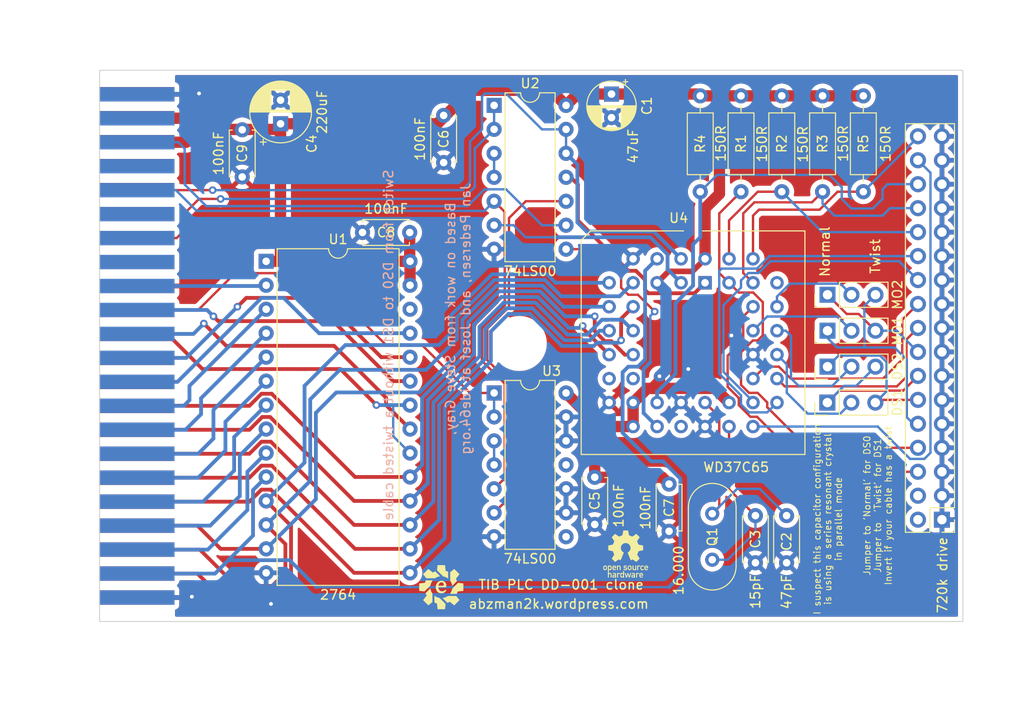
<source format=kicad_pcb>
(kicad_pcb (version 20211014) (generator pcbnew)
  (layers (0 "F.Cu" signal) (31 "B.Cu" signal) (34 "B.Paste" user) (35 "F.Paste" user) (36 "B.SilkS" user "B.Silkscreen") (37 "F.SilkS" user "F.Silkscreen") (38 "B.Mask" user) (39 "F.Mask" user) (44 "Edge.Cuts" user))
  (net 0 "")
  (net 1 "+5V")
  (net 2 "GND")
  (net 3 "Net-(C2-Pad2)")
  (net 4 "Net-(C3-Pad2)")
  (net 7 "*HDL")
  (net 8 "*IDX")
  (net 9 "Net-(CN1-Pad10)")
  (net 10 "Net-(CN1-Pad12)")
  (net 11 "Net-(CN1-Pad14)")
  (net 12 "Net-(CN1-Pad16)")
  (net 13 "*DIRC")
  (net 14 "*STEP")
  (net 15 "*WD")
  (net 16 "*WE")
  (net 17 "*TR00")
  (net 18 "*WP")
  (net 19 "*RDD")
  (net 20 "*HS")
  (net 21 "*DCHG")
  (net 23 "*FWR")
  (net 25 "IO1")
  (net 27 "IO2")
  (net 28 "ROML")
  (net 31 "D7")
  (net 32 "D6")
  (net 33 "D5")
  (net 34 "D4")
  (net 35 "D3")
  (net 36 "D2")
  (net 37 "D1")
  (net 38 "D0")
  (net 40 "~{RESET}")
  (net 42 "PHI2")
  (net 46 "A12")
  (net 47 "A11")
  (net 48 "A10")
  (net 49 "A9")
  (net 50 "A8")
  (net 51 "A7")
  (net 52 "A6")
  (net 53 "A5")
  (net 54 "A4")
  (net 55 "A3")
  (net 56 "A2")
  (net 57 "A1")
  (net 58 "A0")
  (net 59 "*MO1")
  (net 60 "*MO2")
  (net 61 "*DS1")
  (net 62 "*DS2")
  (net 64 "FRST")
  (net 65 "Net-(U2-Pad3)")
  (net 66 "Net-(U3-Pad6)")
  (net 67 "*FRD")
  (net 68 "*FCS")
  (net 70 "Net-(U3-Pad3)")
  (footprint "Resistor_THT:R_Axial_DIN0207_L6.3mm_D2.5mm_P10.16mm_Horizontal" (layer "F.Cu") (at 201.93 59.944 90)
    (fp_text reference "R2")
    (fp_text value "150R")
  )
  (footprint "Capacitor_THT:C_Disc_D4.7mm_W2.5mm_P5.00mm" (layer "F.Cu") (at 199.136 99.274 90)
    (fp_text reference "C3")
    (fp_text value "15pF")
  )
  (footprint "" (layer "F.Cu") (at 174.1225 76.0335)
    (fp_text reference "")
    (fp_text value "")
  )
  (footprint "Capacitor_THT:C_Disc_D4.7mm_W2.5mm_P5.00mm" (layer "F.Cu") (at 189.992 90.932 -90)
    (fp_text reference "C7")
    (fp_text value "100nF")
  )
  (footprint "Evan's misc parts:Evan Logo" (layer "F.Cu") (at 165.862 101.854)
    (fp_text reference "G***" hide)
    (fp_text value "LOGO" hide)
  )
  (footprint "Evan's misc parts:C64-Cart-NoSilkS" (layer "F.Cu") (at 129.6725 47.0775 -90)
    (fp_text reference "EXP1" hide)
    (fp_text value "C64-Exp-Port" hide)
  )
  (footprint "Capacitor_THT:CP_Radial_D5.0mm_P2.50mm" (layer "F.Cu") (at 183.896 49.594888 -90)
    (fp_text reference "C1")
    (fp_text value "47uF")
  )
  (footprint "Resistor_THT:R_Axial_DIN0207_L6.3mm_D2.5mm_P10.16mm_Horizontal" (layer "F.Cu") (at 206.248 59.944 90)
    (fp_text reference "R3")
    (fp_text value "150R")
  )
  (footprint "Connector_PinHeader_2.54mm:PinHeader_2x17_P2.54mm_Vertical" (layer "F.Cu") (at 218.8925 94.7075 180)
    (fp_text reference "CN1" hide)
    (fp_text value "FLOPPY CONNECTOR")
  )
  (footprint "Connector_PinHeader_2.54mm:PinHeader_1x03_P2.54mm_Vertical" (layer "F.Cu") (at 206.771 70.866 90)
    (fp_text reference "J2" hide)
    (fp_text value "MO2")
  )
  (footprint "Capacitor_THT:C_Disc_D4.7mm_W2.5mm_P5.00mm" (layer "F.Cu") (at 162.52 64.262 180)
    (fp_text reference "C8")
    (fp_text value "100nF")
  )
  (footprint "Capacitor_THT:CP_Radial_D6.3mm_P2.50mm" (layer "F.Cu") (at 148.844 52.744379 90)
    (fp_text reference "C4")
    (fp_text value "220uF")
  )
  (footprint "Package_DIP:DIP-28_W15.24mm" (layer "F.Cu") (at 147.315 67.32)
    (fp_text reference "U1")
    (fp_text value "2764")
  )
  (footprint "Package_DIP:DIP-14_W7.62mm" (layer "F.Cu") (at 171.46 81.275)
    (fp_text reference "U3")
    (fp_text value "74LS00")
  )
  (footprint "Capacitor_THT:C_Disc_D4.7mm_W2.5mm_P5.00mm" (layer "F.Cu") (at 202.438 99.274 90)
    (fp_text reference "C2")
    (fp_text value "47pF")
  )
  (footprint "Resistor_THT:R_Axial_DIN0207_L6.3mm_D2.5mm_P10.16mm_Horizontal" (layer "F.Cu") (at 210.566 59.944 90)
    (fp_text reference "R5")
    (fp_text value "150R")
  )
  (footprint "Capacitor_THT:C_Disc_D4.7mm_W2.5mm_P5.00mm" (layer "F.Cu") (at 182.118 90.21 -90)
    (fp_text reference "C5")
    (fp_text value "100nF")
  )
  (footprint "Connector_PinHeader_2.54mm:PinHeader_1x03_P2.54mm_Vertical" (layer "F.Cu") (at 206.771 78.486 90)
    (fp_text reference "J4" hide)
    (fp_text value "DS2")
  )
  (footprint "Crystal:Crystal_HC49-U_Vertical" (layer "F.Cu") (at 194.564 94.07 -90)
    (fp_text reference "Q1")
    (fp_text value "16.000")
  )
  (footprint "Package_LCC:PLCC-44_THT-Socket" (layer "F.Cu") (at 193.802 69.596)
    (fp_text reference "U4")
    (fp_text value "WD37C65")
  )
  (footprint "Evan's misc parts:OSHW gear" (layer "F.Cu") (at 185.3946 98.3488)
    (fp_text reference "G***" hide)
    (fp_text value "LOGO" hide)
  )
  (footprint "Connector_PinHeader_2.54mm:PinHeader_1x03_P2.54mm_Vertical" (layer "F.Cu") (at 206.771 74.676 90)
    (fp_text reference "J1" hide)
    (fp_text value "MO1")
  )
  (footprint "Resistor_THT:R_Axial_DIN0207_L6.3mm_D2.5mm_P10.16mm_Horizontal" (layer "F.Cu") (at 193.294 49.784 -90)
    (fp_text reference "R4")
    (fp_text value "150R")
  )
  (footprint "Capacitor_THT:C_Disc_D4.7mm_W2.5mm_P5.00mm" (layer "F.Cu") (at 144.78 53.38 -90)
    (fp_text reference "C9")
    (fp_text value "100nF")
  )
  (footprint "Resistor_THT:R_Axial_DIN0207_L6.3mm_D2.5mm_P10.16mm_Horizontal" (layer "F.Cu") (at 197.612 59.944 90)
    (fp_text reference "R1")
    (fp_text value "150R")
  )
  (footprint "Capacitor_THT:C_Disc_D4.7mm_W2.5mm_P5.00mm" (layer "F.Cu") (at 166.116 51.856 -90)
    (fp_text reference "C6")
    (fp_text value "100nF")
  )
  (footprint "Package_DIP:DIP-14_W7.62mm" (layer "F.Cu") (at 171.46 50.795)
    (fp_text reference "U2")
    (fp_text value "74LS00")
  )
  (footprint "Connector_PinHeader_2.54mm:PinHeader_1x03_P2.54mm_Vertical" (layer "F.Cu") (at 206.756 82.296 90)
    (fp_text reference "J3" hide)
    (fp_text value "DS1")
  )
  (gr_line (start 221.1025 47.0775) (end 129.6725 47.0775) (layer "Edge.Cuts") (width 0.1))
  (gr_line (start 129.6725 105.4975) (end 221.1025 105.4975) (layer "Edge.Cuts") (width 0.1))
  (gr_line (start 129.6725 47.0775) (end 129.6725 105.4975) (layer "Edge.Cuts") (width 0.1))
  (gr_line (start 221.1025 105.4975) (end 221.1025 47.0775) (layer "Edge.Cuts") (width 0.1))
  (gr_text "Switch from DS0 to DS1 without a twisted cable" (at 160.274 76.2 90) (layer "B.SilkS") (effects (font (size 1 1)) (justify mirror)))
  (gr_text "Based on work from Steve Gray,\nJan Pedersen, and Josef at ide64.org" (at 167.64 73.406 90) (layer "B.SilkS") (effects (font (size 1 1)) (justify mirror)))
  (gr_text "TIB PLC DD-001 clone" (at 178.562 101.6) (layer "F.SilkS") (effects (font (size 1 1))))
  (gr_text "abzman2k.wordpress.com" (at 178.308 103.632) (layer "F.SilkS") (effects (font (size 1 1))))
  (gr_text "Twist" (at 211.836 66.802 90) (layer "F.SilkS") (effects (font (size 1 1))))
  (gr_text "Normal" (at 206.502 66.294 90) (layer "F.SilkS") (effects (font (size 1 1))))
  (gr_text "I suspect this capacitor configuration\nis using a series resonant crystal\nin parallel mode" (at 206.8068 94.6404 90) (layer "F.SilkS") (effects (font (size 0.7 0.7) (thickness 0.1))))
  (gr_text "720k drive" (at 218.948 100.584 90) (layer "F.SilkS") (effects (font (size 1 1))))
  (gr_text "Jumper to 'Normal' for DS0\nJumper to  'Twist' for DS1\nInvert if your cable has a twist" (at 212.09 93.218 90) (layer "F.SilkS") (effects (font (size 0.7 0.7) (thickness 0.1))))
  (segment (start 162.52 64.262) (end 162.52 67.285) (width 1.2) (layer "F.Cu") (net 1))
  (segment (start 194.831289 80.785289) (end 196.342 82.296) (width 1.2) (layer "F.Cu") (net 1))
  (segment (start 179.08 81.275) (end 182.118 84.313) (width 1.2) (layer "F.Cu") (net 1))
  (segment (start 182.372 84.836) (end 182.118 85.09) (width 1.2) (layer "F.Cu") (net 1))
  (segment (start 183.896 49.594888) (end 193.104888 49.594888) (width 1.2) (layer "F.Cu") (net 1))
  (segment (start 189.27 90.21) (end 189.992 90.932) (width 1.2) (layer "F.Cu") (net 1))
  (segment (start 162.52 67.285) (end 162.555 67.32) (width 1.2) (layer "F.Cu") (net 1))
  (segment (start 168.990511 49.195489) (end 165.441621 52.744379) (width 1.2) (layer "F.Cu") (net 1))
  (segment (start 195.326 49.784) (end 193.294 49.784) (width 1.2) (layer "F.Cu") (net 1))
  (segment (start 188.227289 80.785289) (end 194.831289 80.785289) (width 1.2) (layer "F.Cu") (net 1))
  (segment (start 165.441621 52.744379) (end 148.844 52.744379) (width 1.2) (layer "F.Cu") (net 1))
  (segment (start 140.208 53.34) (end 148.248379 53.34) (width 1.2) (layer "F.Cu") (net 1))
  (segment (start 148.844 58.166) (end 148.834 58.176) (width 1.2) (layer "F.Cu") (net 1))
  (segment (start 192.472711 68.385289) (end 193.802 67.056) (width 0.6) (layer "F.Cu") (net 1))
  (segment (start 162.555 67.32) (end 148.834 67.32) (width 1.2) (layer "F.Cu") (net 1))
  (segment (start 186.182 82.296) (end 186.182 84.836) (width 1.2) (layer "F.Cu") (net 1))
  (segment (start 195.326 49.784) (end 195.326 60.174051) (width 1.2) (layer "F.Cu") (net 1))
  (segment (start 162.555 69.86) (end 162.555 67.32) (width 1.2) (layer "F.Cu") (net 1))
  (segment (start 193.802 61.698051) (end 193.802 67.056) (width 1.2) (layer "F.Cu") (net 1))
  (segment (start 188.722 69.596) (end 189.932711 68.385289) (width 0.6) (layer "F.Cu") (net 1))
  (segment (start 187.692711 80.785289) (end 188.227289 80.785289) (width 1.2) (layer "F.Cu") (net 1))
  (segment (start 148.834 67.32) (end 147.315 67.32) (width 1.2) (layer "F.Cu") (net 1))
  (segment (start 188.976 79.502) (end 188.976 80.036578) (width 1.2) (layer "F.Cu") (net 1))
  (segment (start 180.280112 49.594888) (end 179.08 50.795) (width 1.2) (layer "F.Cu") (net 1))
  (segment (start 148.844 52.744379) (end 148.844 58.166) (width 1.2) (layer "F.Cu") (net 1))
  (segment (start 182.118 90.21) (end 189.27 90.21) (width 1.2) (layer "F.Cu") (net 1))
  (segment (start 133.610774 54.6975) (end 138.8505 54.6975) (width 1.2) (layer "F.Cu") (net 1))
  (segment (start 148.834 58.176) (end 148.834 67.32) (width 1.2) (layer "F.Cu") (net 1))
  (segment (start 138.8505 54.6975) (end 140.208 53.34) (width 1.2) (layer "F.Cu") (net 1))
  (segment (start 133.610774 52.1575) (end 139.0255 52.1575) (width 1.2) (layer "F.Cu") (net 1))
  (segment (start 210.566 49.784) (end 195.326 49.784) (width 1.2) (layer "F.Cu") (net 1))
  (segment (start 182.118 85.09) (end 182.118 90.21) (width 1.2) (layer "F.Cu") (net 1))
  (segment (start 189.932711 68.385289) (end 192.472711 68.385289) (width 0.6) (layer "F.Cu") (net 1))
  (segment (start 182.118 84.313) (end 182.118 85.09) (width 1.2) (layer "F.Cu") (net 1))
  (segment (start 195.326 60.174051) (end 193.802 61.698051) (width 1.2) (layer "F.Cu") (net 1))
  (segment (start 186.182 82.296) (end 187.692711 80.785289) (width 1.2) (layer "F.Cu") (net 1))
  (segment (start 183.896 49.594888) (end 180.280112 49.594888) (width 1.2) (layer "F.Cu") (net 1))
  (segment (start 193.104888 49.594888) (end 193.294 49.784) (width 1.2) (layer "F.Cu") (net 1))
  (segment (start 177.480489 49.195489) (end 168.990511 49.195489) (width 1.2) (layer "F.Cu") (net 1))
  (segment (start 188.976 80.036578) (end 188.227289 80.785289) (width 1.2) (layer "F.Cu") (net 1))
  (segment (start 186.182 84.836) (end 182.372 84.836) (width 1.2) (layer "F.Cu") (net 1))
  (segment (start 179.08 50.795) (end 177.480489 49.195489) (width 1.2) (layer "F.Cu") (net 1))
  (segment (start 139.0255 52.1575) (end 140.208 53.34) (width 1.2) (layer "F.Cu") (net 1))
  (segment (start 148.248379 53.34) (end 148.844 52.744379) (width 1.2) (layer "F.Cu") (net 1))
  (via (at 188.976 79.502) (size 0.8) (drill 0.4) (layers "F.Cu" "B.Cu") (net 1))
  (segment (start 189.667511 78.810489) (end 188.976 79.502) (width 1.2) (layer "B.Cu") (net 1))
  (segment (start 189.667511 70.541511) (end 189.667511 78.810489) (width 1.2) (layer "B.Cu") (net 1))
  (segment (start 188.722 69.596) (end 189.667511 70.541511) (width 1.2) (layer "B.Cu") (net 1))
  (segment (start 133.610774 102.9575) (end 139.3585 102.9575) (width 0.4) (layer "F.Cu") (net 2))
  (segment (start 139.3585 102.9575) (end 139.446 102.87) (width 0.4) (layer "F.Cu") (net 2))
  (segment (start 138.3425 69.9375) (end 139.192 69.088) (width 0.25) (layer "F.Cu") (net 2))
  (segment (start 133.610774 69.9375) (end 138.3425 69.9375) (width 0.25) (layer "F.Cu") (net 2))
  (via (at 196.596 75.184) (size 0.8) (drill 0.4) (layers "F.Cu" "B.Cu") (net 2))
  (via (at 192.024 78.74) (size 0.8) (drill 0.4) (layers "F.Cu" "B.Cu") (net 2))
  (via (at 147.828 103.632) (size 0.8) (drill 0.4) (layers "F.Cu" "B.Cu") (net 2))
  (via (at 139.446 102.87) (size 0.8) (drill 0.4) (layers "F.Cu" "B.Cu") (net 2))
  (via (at 140.208 49.53) (size 0.8) (drill 0.4) (layers "F.Cu" "B.Cu") (net 2))
  (segment (start 195.306289 93.327711) (end 194.564 94.07) (width 0.25) (layer "F.Cu") (net 3))
  (segment (start 193.802 82.296) (end 195.306289 83.800289) (width 0.25) (layer "F.Cu") (net 3))
  (segment (start 195.306289 83.800289) (end 195.306289 93.327711) (width 0.25) (layer "F.Cu") (net 3))
  (segment (start 194.564 94.07) (end 197.194 91.44) (width 0.25) (layer "B.Cu") (net 3))
  (segment (start 199.604 91.44) (end 202.438 94.274) (width 0.25) (layer "B.Cu") (net 3))
  (segment (start 197.194 91.44) (end 199.604 91.44) (width 0.25) (layer "B.Cu") (net 3))
  (segment (start 196.342 84.836) (end 196.342 91.48) (width 0.25) (layer "F.Cu") (net 4))
  (segment (start 196.342 91.48) (end 199.136 94.274) (width 0.25) (layer "F.Cu") (net 4))
  (segment (start 194.564 98.95) (end 196.198 98.95) (width 0.25) (layer "B.Cu") (net 4))
  (segment (start 196.198 98.95) (end 199.136 96.012) (width 0.25) (layer "B.Cu") (net 4))
  (segment (start 199.136 96.012) (end 199.136 94.274) (width 0.25) (layer "B.Cu") (net 4))
  (segment (start 199.311007 83.800289) (end 198.608289 83.800289) (width 0.25) (layer "F.Cu") (net 7))
  (segment (start 197.846289 73.171711) (end 198.882 72.136) (width 0.25) (layer "F.Cu") (net 7))
  (segment (start 196.196266 77.322312) (end 197.846289 75.672289) (width 0.25) (layer "F.Cu") (net 7))
  (segment (start 216.3525 89.6275) (end 205.138218 89.6275) (width 0.25) (layer "F.Cu") (net 7))
  (segment (start 197.846289 75.672289) (end 197.846289 73.171711) (width 0.25) (layer "F.Cu") (net 7))
  (segment (start 198.608289 83.800289) (end 197.377711 82.569711) (width 0.25) (layer "F.Cu") (net 7))
  (segment (start 197.377711 82.569711) (end 197.377711 81.807711) (width 0.25) (layer "F.Cu") (net 7))
  (segment (start 205.138218 89.6275) (end 199.311007 83.800289) (width 0.25) (layer "F.Cu") (net 7))
  (segment (start 196.196266 80.626266) (end 196.196266 77.322312) (width 0.25) (layer "F.Cu") (net 7))
  (segment (start 197.377711 81.807711) (end 196.196266 80.626266) (width 0.25) (layer "F.Cu") (net 7))
  (segment (start 197.612 79.248) (end 197.612 80.419296) (width 0.25) (layer "F.Cu") (net 8))
  (segment (start 197.377711 70.631711) (end 196.342 69.596) (width 0.25) (layer "F.Cu") (net 8))
  (segment (start 210.349489 88.862511) (end 212.1245 87.0875) (width 0.25) (layer "F.Cu") (net 8))
  (segment (start 197.612 59.944) (end 195.306289 62.249711) (width 0.25) (layer "F.Cu") (net 8))
  (segment (start 195.306289 68.560289) (end 196.342 69.596) (width 0.25) (layer "F.Cu") (net 8))
  (segment (start 199.917711 75.164289) (end 199.917711 71.647711) (width 0.25) (layer "F.Cu") (net 8))
  (segment (start 200.386289 82.784289) (end 201.295 83.693) (width 0.25) (layer "F.Cu") (net 8))
  (segment (start 206.464511 88.862511) (end 210.349489 88.862511) (width 0.25) (layer "F.Cu") (net 8))
  (segment (start 199.917711 71.647711) (end 198.901711 70.631711) (width 0.25) (layer "F.Cu") (net 8))
  (segment (start 200.386289 82.276289) (end 200.386289 82.784289) (width 0.25) (layer "F.Cu") (net 8))
  (segment (start 195.306289 62.249711) (end 195.306289 68.560289) (width 0.25) (layer "F.Cu") (net 8))
  (segment (start 199.370289 81.260289) (end 200.386289 82.276289) (width 0.25) (layer "F.Cu") (net 8))
  (segment (start 197.612 79.248) (end 197.612 76.962) (width 0.25) (layer "F.Cu") (net 8))
  (segment (start 198.901711 70.631711) (end 197.377711 70.631711) (width 0.25) (layer "F.Cu") (net 8))
  (segment (start 197.612 80.419296) (end 198.452993 81.260289) (width 0.25) (layer "F.Cu") (net 8))
  (segment (start 198.862289 75.711711) (end 199.370289 75.711711) (width 0.25) (layer "F.Cu") (net 8))
  (segment (start 216.3525 87.0875) (end 212.1245 87.0875) (width 0.25) (layer "F.Cu") (net 8))
  (segment (start 198.452993 81.260289) (end 199.370289 81.260289) (width 0.25) (layer "F.Cu") (net 8))
  (segment (start 206.464511 88.862511) (end 201.295 83.693) (width 0.25) (layer "F.Cu") (net 8))
  (segment (start 197.612 76.962) (end 198.862289 75.711711) (width 0.25) (layer "F.Cu") (net 8))
  (segment (start 199.370289 75.711711) (end 199.917711 75.164289) (width 0.25) (layer "F.Cu") (net 8))
  (segment (start 213.868 76.454) (end 210.82 76.454) (width 0.25) (layer "B.Cu") (net 9))
  (segment (start 215.1725 77.7585) (end 213.868 76.454) (width 0.25) (layer "B.Cu") (net 9))
  (segment (start 215.8655 84.5475) (end 215.1725 83.8545) (width 0.25) (layer "B.Cu") (net 9))
  (segment (start 216.3525 84.5475) (end 215.8655 84.5475) (width 0.25) (layer "B.Cu") (net 9))
  (segment (start 210.82 76.454) (end 210.676489 76.310489) (width 0.25) (layer "B.Cu") (net 9))
  (segment (start 207.772 76.454) (end 206.771 75.453) (width 0.25) (layer "B.Cu") (net 9))
  (segment (start 215.1725 83.8545) (end 215.1725 77.7585) (width 0.25) (layer "B.Cu") (net 9))
  (segment (start 210.676489 72.040511) (end 211.851 70.866) (width 0.25) (layer "B.Cu") (net 9))
  (segment (start 210.82 76.454) (end 207.772 76.454) (width 0.25) (layer "B.Cu") (net 9))
  (segment (start 206.771 75.453) (end 206.771 74.676) (width 0.25) (layer "B.Cu") (net 9))
  (segment (start 210.676489 76.310489) (end 210.676489 72.040511) (width 0.25) (layer "B.Cu") (net 9))
  (segment (start 212.1245 82.0075) (end 211.836 82.296) (width 0.25) (layer "F.Cu") (net 10))
  (segment (start 216.3525 82.0075) (end 212.1245 82.0075) (width 0.25) (layer "F.Cu") (net 10))
  (segment (start 213.025511 81.106489) (end 213.025511 77.999501) (width 0.25) (layer "B.Cu") (net 10))
  (segment (start 213.025511 77.999501) (end 212.337499 77.311489) (width 0.25) (layer "B.Cu") (net 10))
  (segment (start 212.337499 77.311489) (end 207.945511 77.311489) (width 0.25) (layer "B.Cu") (net 10))
  (segment (start 211.836 82.296) (end 213.025511 81.106489) (width 0.25) (layer "B.Cu") (net 10))
  (segment (start 207.945511 77.311489) (end 206.771 78.486) (width 0.25) (layer "B.Cu") (net 10))
  (segment (start 216.3525 79.4675) (end 214.794 81.026) (width 0.25) (layer "F.Cu") (net 11))
  (segment (start 214.794 81.026) (end 208.026 81.026) (width 0.25) (layer "F.Cu") (net 11))
  (segment (start 208.026 81.026) (end 206.756 82.296) (width 0.25) (layer "F.Cu") (net 11))
  (segment (start 206.756 82.296) (end 208.534 80.518) (width 0.25) (layer "B.Cu") (net 11))
  (segment (start 208.534 80.518) (end 209.819 80.518) (width 0.25) (layer "B.Cu") (net 11))
  (segment (start 209.819 80.518) (end 211.851 78.486) (width 0.25) (layer "B.Cu") (net 11))
  (segment (start 210.073 72.898) (end 211.851 74.676) (width 0.25) (layer "F.Cu") (net 12))
  (segment (start 208.803 72.898) (end 210.073 72.898) (width 0.25) (layer "F.Cu") (net 12))
  (segment (start 206.771 70.866) (end 208.803 72.898) (width 0.25) (layer "F.Cu") (net 12))
  (segment (start 216.3525 76.9275) (end 215.0005 75.5755) (width 0.25) (layer "B.Cu") (net 12))
  (segment (start 215.0005 75.5755) (end 214.101 74.676) (width 0.25) (layer "B.Cu") (net 12))
  (segment (start 214.101 74.676) (end 211.851 74.676) (width 0.25) (layer "B.Cu") (net 12))
  (segment (start 215.138 79.56048) (end 215.138 75.602) (width 0.25) (layer "F.Cu") (net 13))
  (segment (start 214.122 80.57648) (end 215.138 79.56048) (width 0.25) (layer "F.Cu") (net 13))
  (segment (start 215.138 75.602) (end 216.3525 74.3875) (width 0.25) (layer "F.Cu") (net 13))
  (segment (start 201.422 79.756) (end 202.24248 80.57648) (width 0.25) (layer "F.Cu") (net 13))
  (segment (start 202.24248 80.57648) (end 214.122 80.57648) (width 0.25) (layer "F.Cu") (net 13))
  (segment (start 201.616718 78.486) (end 202.886718 79.756) (width 0.25) (layer "F.Cu") (net 14))
  (segment (start 198.882 79.756) (end 200.152 78.486) (width 0.25) (layer "F.Cu") (net 14))
  (segment (start 200.152 78.486) (end 201.616718 78.486) (width 0.25) (layer "F.Cu") (net 14))
  (segment (start 214.68848 77.724) (end 214.68848 73.51152) (width 0.25) (layer "F.Cu") (net 14))
  (segment (start 212.65648 79.756) (end 214.68848 77.724) (width 0.25) (layer "F.Cu") (net 14))
  (segment (start 214.68848 73.51152) (end 216.3525 71.8475) (width 0.25) (layer "F.Cu") (net 14))
  (segment (start 202.886718 79.756) (end 212.65648 79.756) (width 0.25) (layer "F.Cu") (net 14))
  (segment (start 198.393711 68.560289) (end 199.478147 68.560289) (width 0.25) (layer "B.Cu") (net 15))
  (segment (start 195.755809 79.042091) (end 195.755809 71.960191) (width 0.25) (layer "B.Cu") (net 15))
  (segment (start 195.755809 71.960191) (end 197.612 70.104) (width 0.25) (layer "B.Cu") (net 15))
  (segment (start 197.612 69.342) (end 198.393711 68.560289) (width 0.25) (layer "B.Cu") (net 15))
  (segment (start 199.478147 68.560289) (end 200.728436 67.31) (width 0.25) (layer "B.Cu") (net 15))
  (segment (start 198.882 82.296) (end 198.882 82.168282) (width 0.25) (layer "B.Cu") (net 15))
  (segment (start 214.355 67.31) (end 216.3525 69.3075) (width 0.25) (layer "B.Cu") (net 15))
  (segment (start 197.612 70.104) (end 197.612 69.342) (width 0.25) (layer "B.Cu") (net 15))
  (segment (start 198.882 82.168282) (end 195.755809 79.042091) (width 0.25) (layer "B.Cu") (net 15))
  (segment (start 200.728436 67.31) (end 214.355 67.31) (width 0.25) (layer "B.Cu") (net 15))
  (segment (start 197.612 82.490718) (end 198.452993 83.331711) (width 0.25) (layer "B.Cu") (net 16))
  (segment (start 216.3525 66.7675) (end 200.635218 66.7675) (width 0.25) (layer "B.Cu") (net 16))
  (segment (start 200.635218 66.7675) (end 199.311007 68.091711) (width 0.25) (layer "B.Cu") (net 16))
  (segment (start 195.306289 68.345711) (end 195.306289 79.228289) (width 0.25) (layer "B.Cu") (net 16))
  (segment (start 199.311007 68.091711) (end 195.560289 68.091711) (width 0.25) (layer "B.Cu") (net 16))
  (segment (start 198.452993 83.331711) (end 200.386289 83.331711) (width 0.25) (layer "B.Cu") (net 16))
  (segment (start 195.560289 68.091711) (end 195.306289 68.345711) (width 0.25) (layer "B.Cu") (net 16))
  (segment (start 195.306289 79.228289) (end 197.612 81.534) (width 0.25) (layer "B.Cu") (net 16))
  (segment (start 197.612 81.534) (end 197.612 82.490718) (width 0.25) (layer "B.Cu") (net 16))
  (segment (start 200.386289 83.331711) (end 201.422 82.296) (width 0.25) (layer "B.Cu") (net 16))
  (segment (start 199.39 59.944) (end 201.93 59.944) (width 0.25) (layer "F.Cu") (net 17))
  (segment (start 196.342 62.992) (end 199.39 59.944) (width 0.25) (layer "F.Cu") (net 17))
  (segment (start 196.342 67.056) (end 196.342 62.992) (width 0.25) (layer "F.Cu") (net 17))
  (segment (start 201.93 59.944) (end 206.2135 64.2275) (width 0.25) (layer "B.Cu") (net 17))
  (segment (start 206.2135 64.2275) (end 216.3525 64.2275) (width 0.25) (layer "B.Cu") (net 17))
  (segment (start 199.027489 61.068511) (end 197.846289 62.249711) (width 0.25) (layer "F.Cu") (net 18))
  (segment (start 205.123489 61.068511) (end 199.027489 61.068511) (width 0.25) (layer "F.Cu") (net 18))
  (segment (start 197.846289 62.249711) (end 197.846289 68.560289) (width 0.25) (layer "F.Cu") (net 18))
  (segment (start 197.846289 68.560289) (end 198.882 69.596) (width 0.25) (layer "F.Cu") (net 18))
  (segment (start 206.248 59.944) (end 205.123489 61.068511) (width 0.25) (layer "F.Cu") (net 18))
  (segment (start 212.598 62.484) (end 213.3945 61.6875) (width 0.25) (layer "B.Cu") (net 18))
  (segment (start 206.248 59.944) (end 206.248 61.214) (width 0.25) (layer "B.Cu") (net 18))
  (segment (start 213.3945 61.6875) (end 216.3525 61.6875) (width 0.25) (layer "B.Cu") (net 18))
  (segment (start 206.248 61.214) (end 207.518 62.484) (width 0.25) (layer "B.Cu") (net 18))
  (segment (start 207.518 62.484) (end 212.598 62.484) (width 0.25) (layer "B.Cu") (net 18))
  (segment (start 206.973022 58.166) (end 208.28 59.472978) (width 0.25) (layer "B.Cu") (net 19))
  (segment (start 212.598 60.706) (end 212.598 59.69) (width 0.25) (layer "B.Cu") (net 19))
  (segment (start 190.667031 71.761753) (end 190.667031 79.224503) (width 0.4) (layer "B.Cu") (net 19))
  (segment (start 193.294 64.77) (end 192.532 65.532) (width 0.4) (layer "B.Cu") (net 19))
  (segment (start 209.296 61.722) (end 211.582 61.722) (width 0.25) (layer "B.Cu") (net 19))
  (segment (start 208.28 59.472978) (end 208.28 60.706) (width 0.25) (layer "B.Cu") (net 19))
  (segment (start 213.1405 59.1475) (end 216.3525 59.1475) (width 0.25) (layer "B.Cu") (net 19))
  (segment (start 208.28 60.706) (end 209.296 61.722) (width 0.25) (layer "B.Cu") (net 19))
  (segment (start 192.532 65.532) (end 192.532 69.896784) (width 0.4) (layer "B.Cu") (net 19))
  (segment (start 190.667031 79.224503) (end 188.722 81.169534) (width 0.4) (layer "B.Cu") (net 19))
  (segment (start 193.294 59.944) (end 193.294 64.77) (width 0.4) (layer "B.Cu") (net 19))
  (segment (start 195.072 58.166) (end 206.973022 58.166) (width 0.25) (layer "B.Cu") (net 19))
  (segment (start 211.582 61.722) (end 212.598 60.706) (width 0.25) (layer "B.Cu") (net 19))
  (segment (start 188.722 81.169534) (end 188.722 82.296) (width 0.4) (layer "B.Cu") (net 19))
  (segment (start 192.532 69.896784) (end 190.667031 71.761753) (width 0.4) (layer "B.Cu") (net 19))
  (segment (start 212.598 59.69) (end 213.1405 59.1475) (width 0.25) (layer "B.Cu") (net 19))
  (segment (start 193.294 59.944) (end 195.072 58.166) (width 0.25) (layer "B.Cu") (net 19))
  (segment (start 216.3525 56.6075) (end 217.678 57.933) (width 0.25) (layer "B.Cu") (net 20))
  (segment (start 217.678 57.933) (end 217.678 87.613988) (width 0.25) (layer "B.Cu") (net 20))
  (segment (start 217.678 87.613988) (end 217.029977 88.262011) (width 0.25) (layer "B.Cu") (net 20))
  (segment (start 212.09 84.836) (end 198.882 84.836) (width 0.25) (layer "B.Cu") (net 20))
  (segment (start 217.029977 88.262011) (end 215.516011 88.262011) (width 0.25) (layer "B.Cu") (net 20))
  (segment (start 215.516011 88.262011) (end 212.09 84.836) (width 0.25) (layer "B.Cu") (net 20))
  (segment (start 198.882 62.484) (end 198.882 67.056) (width 0.25) (layer "F.Cu") (net 21))
  (segment (start 207.8383 59.944) (end 205.932582 61.849718) (width 0.25) (layer "F.Cu") (net 21))
  (segment (start 205.932582 61.849718) (end 199.516282 61.849718) (width 0.25) (layer "F.Cu") (net 21))
  (segment (start 210.566 59.944) (end 207.8383 59.944) (width 0.25) (layer "F.Cu") (net 21))
  (segment (start 199.516282 61.849718) (end 198.882 62.484) (width 0.25) (layer "F.Cu") (net 21))
  (segment (start 210.566 59.944) (end 216.3525 54.1575) (width 0.25) (layer "B.Cu") (net 21))
  (segment (start 216.3525 54.1575) (end 216.3525 54.0675) (width 0.25) (layer "B.Cu") (net 21))
  (segment (start 133.610774 59.7775) (end 141.6445 59.7775) (width 0.25) (layer "F.Cu") (net 23))
  (via (at 141.6445 59.7775) (size 0.8) (drill 0.4) (layers "F.Cu" "B.Cu") (net 23))
  (segment (start 170.475978 49.53) (end 172.72 49.53) (width 0.25) (layer "B.Cu") (net 23))
  (segment (start 188.37648 64.17048) (end 191.262 67.056) (width 0.4) (layer "B.Cu") (net 23))
  (segment (start 180.279511 63.185511) (end 180.279511 58.988489) (width 0.4) (layer "B.Cu") (net 23))
  (segment (start 185.00352 64.17048) (end 181.26448 64.17048) (width 0.4) (layer "B.Cu") (net 23))
  (segment (start 168.91 58.928) (end 168.91 54.61) (width 0.25) (layer "B.Cu") (net 23))
  (segment (start 180.279511 57.074511) (end 179.08 55.875) (width 0.4) (layer "B.Cu") (net 23))
  (segment (start 180.279511 58.988489) (end 180.279511 57.074511) (width 0.4) (layer "B.Cu") (net 23))
  (segment (start 168.0605 59.7775) (end 168.91 58.928) (width 0.25) (layer "B.Cu") (net 23))
  (segment (start 176.525 53.335) (end 179.08 53.335) (width 0.25) (layer "B.Cu") (net 23))
  (segment (start 168.91 54.61) (end 170.18 53.34) (width 0.25) (layer "B.Cu") (net 23))
  (segment (start 170.18 53.34) (end 170.18 49.825978) (width 0.25) (layer "B.Cu") (net 23))
  (segment (start 179.08 55.875) (end 179.08 53.335) (width 0.25) (layer "B.Cu") (net 23))
  (segment (start 168.0605 59.7775) (end 141.6445 59.7775) (width 0.25) (layer "B.Cu") (net 23))
  (segment (start 185.00352 64.17048) (end 188.37648 64.17048) (width 0.4) (layer "B.Cu") (net 23))
  (segment (start 172.72 49.53) (end 176.525 53.335) (width 0.25) (layer "B.Cu") (net 23))
  (segment (start 181.26448 64.17048) (end 180.279511 63.185511) (width 0.4) (layer "B.Cu") (net 23))
  (segment (start 170.18 49.825978) (end 170.475978 49.53) (width 0.25) (layer "B.Cu") (net 23))
  (segment (start 140.208 60.706) (end 138.684 62.23) (width 0.25) (layer "F.Cu") (net 25))
  (segment (start 137.8345 64.8575) (end 133.610774 64.8575) (width 0.25) (layer "F.Cu") (net 25))
  (segment (start 138.684 62.23) (end 138.684 64.008) (width 0.25) (layer "F.Cu") (net 25))
  (segment (start 142.494 60.706) (end 140.208 60.706) (width 0.25) (layer "F.Cu") (net 25))
  (segment (start 138.684 64.008) (end 137.8345 64.8575) (width 0.25) (layer "F.Cu") (net 25))
  (via (at 142.494 60.706) (size 0.8) (drill 0.4) (layers "F.Cu" "B.Cu") (net 25))
  (segment (start 169.418 55.377) (end 171.46 53.335) (width 0.25) (layer "B.Cu") (net 25))
  (segment (start 171.46 50.795) (end 171.46 53.335) (width 0.25) (layer "B.Cu") (net 25))
  (segment (start 142.494 60.706) (end 168.156614 60.706) (width 0.25) (layer "B.Cu") (net 25))
  (segment (start 168.156614 60.706) (end 169.418 59.444614) (width 0.25) (layer "B.Cu") (net 25))
  (segment (start 169.418 59.444614) (end 169.418 55.377) (width 0.25) (layer "B.Cu") (net 25))
  (segment (start 160.02 76.2) (end 163.83 76.2) (width 0.25) (layer "F.Cu") (net 27))
  (segment (start 144.018 68.58) (end 152.4 68.58) (width 0.25) (layer "F.Cu") (net 27))
  (segment (start 140.1205 72.4775) (end 144.018 68.58) (width 0.25) (layer "F.Cu") (net 27))
  (segment (start 152.4 68.58) (end 160.02 76.2) (width 0.25) (layer "F.Cu") (net 27))
  (segment (start 133.610774 72.4775) (end 140.1205 72.4775) (width 0.25) (layer "F.Cu") (net 27))
  (segment (start 163.83 76.2) (end 168.905 81.275) (width 0.25) (layer "F.Cu") (net 27))
  (segment (start 168.905 81.275) (end 171.46 81.275) (width 0.25) (layer "F.Cu") (net 27))
  (segment (start 171.46 81.275) (end 171.46 83.815) (width 0.25) (layer "B.Cu") (net 27))
  (segment (start 158.994 82.56) (end 155.174 78.74) (width 0.4) (layer "F.Cu") (net 28))
  (segment (start 140.571274 78.74) (end 151.384 78.74) (width 0.4) (layer "F.Cu") (net 28))
  (segment (start 155.174 78.74) (end 151.384 78.74) (width 0.4) (layer "F.Cu") (net 28))
  (segment (start 133.610774 75.0175) (end 136.848774 75.0175) (width 0.4) (layer "F.Cu") (net 28))
  (segment (start 136.848774 75.0175) (end 140.571274 78.74) (width 0.4) (layer "F.Cu") (net 28))
  (via (at 158.994 82.56) (size 0.8) (drill 0.4) (layers "F.Cu" "B.Cu") (net 28))
  (segment (start 158.994 82.56) (end 160.772 82.56) (width 0.4) (layer "B.Cu") (net 28))
  (segment (start 160.772 82.56) (end 162.555 82.56) (width 0.4) (layer "B.Cu") (net 28))
  (segment (start 160.772 85.857) (end 160.772 82.56) (width 0.25) (layer "B.Cu") (net 28))
  (segment (start 162.555 87.64) (end 160.772 85.857) (width 0.25) (layer "B.Cu") (net 28))
  (segment (start 145.541134 82.6375) (end 133.610774 82.6375) (width 0.4) (layer "F.Cu") (net 31))
  (segment (start 162.555 90.18) (end 156.728 90.18) (width 0.4) (layer "F.Cu") (net 31))
  (segment (start 183.181927 75.786711) (end 183.876031 75.786711) (width 0.4) (layer "F.Cu") (net 31))
  (segment (start 156.728 90.18) (end 147.908489 81.360489) (width 0.4) (layer "F.Cu") (net 31))
  (segment (start 182.118 73.152) (end 182.118 74.722784) (width 0.4) (layer "F.Cu") (net 31))
  (segment (start 182.118 74.722784) (end 183.181927 75.786711) (width 0.4) (layer "F.Cu") (net 31))
  (segment (start 185.30532 77.216) (end 186.182 77.216) (width 0.4) (layer "F.Cu") (net 31))
  (segment (start 147.908489 81.360489) (end 146.818145 81.360489) (width 0.4) (layer "F.Cu") (net 31))
  (segment (start 183.876031 75.786711) (end 185.30532 77.216) (width 0.4) (layer "F.Cu") (net 31))
  (segment (start 146.818145 81.360489) (end 145.541134 82.6375) (width 0.4) (layer "F.Cu") (net 31))
  (via (at 182.118 73.152) (size 0.8) (drill 0.4) (layers "F.Cu" "B.Cu") (net 31))
  (segment (start 171.980683 70.49992) (end 176.33562 70.49992) (width 0.4) (layer "B.Cu") (net 31))
  (segment (start 162.555 90.18) (end 163.83 88.905) (width 0.4) (layer "B.Cu") (net 31))
  (segment (start 176.33562 70.49992) (end 178.9877 73.152) (width 0.4) (layer "B.Cu") (net 31))
  (segment (start 178.9877 73.152) (end 182.118 73.152) (width 0.4) (layer "B.Cu") (net 31))
  (segment (start 163.83 88.905) (end 163.83 81.788) (width 0.4) (layer "B.Cu") (net 31))
  (segment (start 168.71562 76.90238) (end 168.71562 73.764983) (width 0.4) (layer "B.Cu") (net 31))
  (segment (start 163.83 81.788) (end 168.71562 76.90238) (width 0.4) (layer "B.Cu") (net 31))
  (segment (start 168.71562 73.764983) (end 171.980683 70.49992) (width 0.4) (layer "B.Cu") (net 31))
  (segment (start 145.541134 85.1775) (end 133.610774 85.1775) (width 0.4) (layer "F.Cu") (net 32))
  (segment (start 147.731366 83.82) (end 146.898634 83.82) (width 0.4) (layer "F.Cu") (net 32))
  (segment (start 162.555 92.72) (end 156.631366 92.72) (width 0.4) (layer "F.Cu") (net 32))
  (segment (start 146.898634 83.82) (end 145.541134 85.1775) (width 0.4) (layer "F.Cu") (net 32))
  (segment (start 180.848 74.168) (end 180.848 74.422) (width 0.4) (layer "F.Cu") (net 32))
  (segment (start 156.631366 92.72) (end 147.731366 83.82) (width 0.4) (layer "F.Cu") (net 32))
  (segment (start 180.848 74.422) (end 183.642 77.216) (width 0.4) (layer "F.Cu") (net 32))
  (via (at 180.848 74.168) (size 0.8) (drill 0.4) (layers "F.Cu" "B.Cu") (net 32))
  (segment (start 176.08729 71.09944) (end 179.366925 74.379075) (width 0.4) (layer "B.Cu") (net 32))
  (segment (start 180.636925 74.379075) (end 180.848 74.168) (width 0.4) (layer "B.Cu") (net 32))
  (segment (start 164.953551 81.512298) (end 169.31514 77.15071) (width 0.4) (layer "B.Cu") (net 32))
  (segment (start 169.31514 77.15071) (end 169.31514 74.013312) (width 0.4) (layer "B.Cu") (net 32))
  (segment (start 172.229012 71.09944) (end 176.08729 71.09944) (width 0.4) (layer "B.Cu") (net 32))
  (segment (start 162.555 92.72) (end 164.42952 90.84548) (width 0.4) (layer "B.Cu") (net 32))
  (segment (start 179.366925 74.379075) (end 180.636925 74.379075) (width 0.4) (layer "B.Cu") (net 32))
  (segment (start 169.31514 74.013312) (end 172.229012 71.09944) (width 0.4) (layer "B.Cu") (net 32))
  (segment (start 164.42952 90.84548) (end 164.42952 82.03633) (width 0.4) (layer "B.Cu") (net 32))
  (segment (start 164.42952 82.03633) (end 164.953551 81.512298) (width 0.4) (layer "B.Cu") (net 32))
  (segment (start 145.541134 87.7175) (end 146.818145 86.440489) (width 0.4) (layer "F.Cu") (net 33))
  (segment (start 147.811855 86.440489) (end 156.631366 95.26) (width 0.4) (layer "F.Cu") (net 33))
  (segment (start 146.818145 86.440489) (end 147.811855 86.440489) (width 0.4) (layer "F.Cu") (net 33))
  (segment (start 133.610774 87.7175) (end 145.541134 87.7175) (width 0.4) (layer "F.Cu") (net 33))
  (segment (start 156.631366 95.26) (end 162.555 95.26) (width 0.4) (layer "F.Cu") (net 33))
  (segment (start 169.91466 77.39904) (end 169.91466 74.261641) (width 0.4) (layer "B.Cu") (net 33))
  (segment (start 183.491608 73.509608) (end 183.237608 73.509608) (width 0.4) (layer "B.Cu") (net 33))
  (segment (start 165.02904 82.28466) (end 169.91466 77.39904) (width 0.4) (layer "B.Cu") (net 33))
  (segment (start 169.91466 74.261641) (end 172.477341 71.69896) (width 0.4) (layer "B.Cu") (net 33))
  (segment (start 181.3082 75.09248) (end 182.891072 73.509608) (width 0.4) (layer "B.Cu") (net 33))
  (segment (start 182.891072 73.509608) (end 183.491608 73.509608) (width 0.4) (layer "B.Cu") (net 33))
  (segment (start 179.23248 75.09248) (end 181.3082 75.09248) (width 0.4) (layer "B.Cu") (net 33))
  (segment (start 162.555 95.26) (end 165.02904 92.78596) (width 0.4) (layer "B.Cu") (net 33))
  (segment (start 165.02904 92.78596) (end 165.02904 82.28466) (width 0.4) (layer "B.Cu") (net 33))
  (segment (start 172.477341 71.69896) (end 175.83896 71.69896) (width 0.4) (layer "B.Cu") (net 33))
  (segment (start 186.182 74.676) (end 185.015608 73.509608) (width 0.4) (layer "B.Cu") (net 33))
  (segment (start 175.83896 71.69896) (end 179.23248 75.09248) (width 0.4) (layer "B.Cu") (net 33))
  (segment (start 185.015608 73.509608) (end 183.491608 73.509608) (width 0.4) (layer "B.Cu") (net 33))
  (segment (start 146.818145 88.980489) (end 147.908489 88.980489) (width 0.4) (layer "F.Cu") (net 34))
  (segment (start 133.610774 90.2575) (end 145.541134 90.2575) (width 0.4) (layer "F.Cu") (net 34))
  (segment (start 156.728 97.8) (end 162.555 97.8) (width 0.4) (layer "F.Cu") (net 34))
  (segment (start 147.908489 88.980489) (end 156.728 97.8) (width 0.4) (layer "F.Cu") (net 34))
  (segment (start 145.541134 90.2575) (end 146.818145 88.980489) (width 0.4) (layer "F.Cu") (net 34))
  (segment (start 165.62856 82.53299) (end 170.51418 77.64737) (width 0.4) (layer "B.Cu") (net 34))
  (segment (start 182.626 74.676) (end 183.642 74.676) (width 0.4) (layer "B.Cu") (net 34))
  (segment (start 165.62856 94.72644) (end 165.62856 82.53299) (width 0.4) (layer "B.Cu") (net 34))
  (segment (start 170.51418 74.50997) (end 172.72567 72.29848) (width 0.4) (layer "B.Cu") (net 34))
  (segment (start 170.51418 77.64737) (end 170.51418 74.50997) (width 0.4) (layer "B.Cu") (net 34))
  (segment (start 181.61 75.692) (end 182.626 74.676) (width 0.4) (layer "B.Cu") (net 34))
  (segment (start 172.72567 72.29848) (end 175.50833 72.29848) (width 0.4) (layer "B.Cu") (net 34))
  (segment (start 178.90185 75.692) (end 181.61 75.692) (width 0.4) (layer "B.Cu") (net 34))
  (segment (start 162.555 97.8) (end 165.62856 94.72644) (width 0.4) (layer "B.Cu") (net 34))
  (segment (start 175.50833 72.29848) (end 178.90185 75.692) (width 0.4) (layer "B.Cu") (net 34))
  (segment (start 147.811855 91.520489) (end 156.631366 100.34) (width 0.4) (layer "F.Cu") (net 35))
  (segment (start 146.818145 91.520489) (end 147.811855 91.520489) (width 0.4) (layer "F.Cu") (net 35))
  (segment (start 156.631366 100.34) (end 162.555 100.34) (width 0.4) (layer "F.Cu") (net 35))
  (segment (start 133.610774 92.7975) (end 145.541134 92.7975) (width 0.4) (layer "F.Cu") (net 35))
  (segment (start 184.912 73.406) (end 186.182 72.136) (width 0.4) (layer "F.Cu") (net 35))
  (segment (start 184.912 75.692) (end 184.912 73.406) (width 0.4) (layer "F.Cu") (net 35))
  (segment (start 145.541134 92.7975) (end 146.818145 91.520489) (width 0.4) (layer "F.Cu") (net 35))
  (via (at 184.912 75.692) (size 0.8) (drill 0.4) (layers "F.Cu" "B.Cu") (net 35))
  (segment (start 171.1137 74.7583) (end 171.1137 77.8957) (width 0.4) (layer "B.Cu") (net 35))
  (segment (start 184.912 75.692) (end 184.658 75.946) (width 0.4) (layer "B.Cu") (net 35))
  (segment (start 176.911 74.549) (end 178.653521 76.29152) (width 0.4) (layer "B.Cu") (net 35))
  (segment (start 184.658 75.946) (end 182.372 75.946) (width 0.4) (layer "B.Cu") (net 35))
  (segment (start 166.22808 82.78132) (end 166.22808 96.66692) (width 0.4) (layer "B.Cu") (net 35))
  (segment (start 176.911 74.549) (end 175.26 72.898) (width 0.4) (layer "B.Cu") (net 35))
  (segment (start 182.02648 76.29152) (end 182.372 75.946) (width 0.4) (layer "B.Cu") (net 35))
  (segment (start 175.26 72.898) (end 172.974 72.898) (width 0.4) (layer "B.Cu") (net 35))
  (segment (start 172.974 72.898) (end 171.1137 74.7583) (width 0.4) (layer "B.Cu") (net 35))
  (segment (start 178.653521 76.29152) (end 182.02648 76.29152) (width 0.4) (layer "B.Cu") (net 35))
  (segment (start 166.22808 96.66692) (end 162.555 100.34) (width 0.4) (layer "B.Cu") (net 35))
  (segment (start 171.1137 77.8957) (end 166.22808 82.78132) (width 0.4) (layer "B.Cu") (net 35))
  (segment (start 133.610774 95.3375) (end 140.0415 95.3375) (width 0.4) (layer "F.Cu") (net 36))
  (segment (start 142.504 97.8) (end 147.315 97.8) (width 0.4) (layer "F.Cu") (net 36))
  (segment (start 140.0415 95.3375) (end 142.504 97.8) (width 0.4) (layer "F.Cu") (net 36))
  (segment (start 147.315 97.8) (end 152.58304 92.53196) (width 0.4) (layer "B.Cu") (net 36))
  (segment (start 168.1161 76.65405) (end 168.1161 73.516653) (width 0.4) (layer "B.Cu") (net 36))
  (segment (start 163.550639 81.219511) (end 168.1161 76.65405) (width 0.4) (layer "B.Cu") (net 36))
  (segment (start 168.1161 73.516653) (end 171.732354 69.9004) (width 0.4) (layer "B.Cu") (net 36))
  (segment (start 152.58304 92.53196) (end 152.58304 83.38296) (width 0.4) (layer "B.Cu") (net 36))
  (segment (start 154.746489 81.219511) (end 163.550639 81.219511) (width 0.4) (layer "B.Cu") (net 36))
  (segment (start 171.732354 69.9004) (end 176.58395 69.9004) (width 0.4) (layer "B.Cu") (net 36))
  (segment (start 176.58395 69.9004) (end 178.81955 72.136) (width 0.4) (layer "B.Cu") (net 36))
  (segment (start 152.58304 83.38296) (end 154.746489 81.219511) (width 0.4) (layer "B.Cu") (net 36))
  (segment (start 178.81955 72.136) (end 183.642 72.136) (width 0.4) (layer "B.Cu") (net 36))
  (segment (start 147.955 101.727) (end 144.145 101.727) (width 0.4) (layer "F.Cu") (net 37))
  (segment (start 144.145 101.727) (end 140.2955 97.8775) (width 0.4) (layer "F.Cu") (net 37))
  (segment (start 140.2955 97.8775) (end 133.610774 97.8775) (width 0.4) (layer "F.Cu") (net 37))
  (segment (start 147.315 95.26) (end 149.352 97.297) (width 0.4) (layer "F.Cu") (net 37))
  (segment (start 149.352 100.33) (end 147.955 101.727) (width 0.4) (layer "F.Cu") (net 37))
  (segment (start 149.352 97.297) (end 149.352 100.33) (width 0.4) (layer "F.Cu") (net 37))
  (segment (start 178.556689 71.025289) (end 184.752711 71.025289) (width 0.4) (layer "B.Cu") (net 37))
  (segment (start 151.98352 81.95048) (end 155.113511 78.820489) (width 0.4) (layer "B.Cu") (net 37))
  (segment (start 151.98352 90.59148) (end 151.98352 81.95048) (width 0.4) (layer "B.Cu") (net 37))
  (segment (start 164.257511 78.820489) (end 167.51658 75.56142) (width 0.4) (layer "B.Cu") (net 37))
  (segment (start 167.51658 75.56142) (end 167.51658 73.268324) (width 0.4) (layer "B.Cu") (net 37))
  (segment (start 167.51658 73.268324) (end 171.484025 69.30088) (width 0.4) (layer "B.Cu") (net 37))
  (segment (start 155.113511 78.820489) (end 164.257511 78.820489) (width 0.4) (layer "B.Cu") (net 37))
  (segment (start 147.315 95.26) (end 151.98352 90.59148) (width 0.4) (layer "B.Cu") (net 37))
  (segment (start 184.752711 71.025289) (end 186.182 69.596) (width 0.4) (layer "B.Cu") (net 37))
  (segment (start 176.83228 69.30088) (end 178.556689 71.025289) (width 0.4) (layer "B.Cu") (net 37))
  (segment (start 171.484025 69.30088) (end 176.83228 69.30088) (width 0.4) (layer "B.Cu") (net 37))
  (segment (start 149.95152 95.35652) (end 149.95152 101.25448) (width 0.4) (layer "F.Cu") (net 38))
  (segment (start 141.95052 102.32652) (end 140.0415 100.4175) (width 0.4) (layer "F.Cu") (net 38))
  (segment (start 149.95152 101.25448) (end 148.87948 102.32652) (width 0.4) (layer "F.Cu") (net 38))
  (segment (start 140.0415 100.4175) (end 133.610774 100.4175) (width 0.4) (layer "F.Cu") (net 38))
  (segment (start 147.315 92.72) (end 149.95152 95.35652) (width 0.4) (layer "F.Cu") (net 38))
  (segment (start 148.87948 102.32652) (end 141.95052 102.32652) (width 0.4) (layer "F.Cu") (net 38))
  (segment (start 165.608 76.2) (end 166.91706 74.89094) (width 0.4) (layer "B.Cu") (net 38))
  (segment (start 155.702 76.2) (end 165.608 76.2) (width 0.4) (layer "B.Cu") (net 38))
  (segment (start 166.91706 74.89094) (end 166.91706 73.019994) (width 0.4) (layer "B.Cu") (net 38))
  (segment (start 171.235696 68.70136) (end 177.08061 68.70136) (width 0.4) (layer "B.Cu") (net 38))
  (segment (start 151.384 88.651) (end 151.384 80.518) (width 0.4) (layer "B.Cu") (net 38))
  (segment (start 151.384 80.518) (end 155.702 76.2) (width 0.4) (layer "B.Cu") (net 38))
  (segment (start 147.315 92.72) (end 151.384 88.651) (width 0.4) (layer "B.Cu") (net 38))
  (segment (start 177.97525 69.596) (end 183.642 69.596) (width 0.4) (layer "B.Cu") (net 38))
  (segment (start 177.08061 68.70136) (end 177.97525 69.596) (width 0.4) (layer "B.Cu") (net 38))
  (segment (start 166.91706 73.019994) (end 171.235696 68.70136) (width 0.4) (layer "B.Cu") (net 38))
  (segment (start 170.942 59.69) (end 170.434 59.69) (width 0.25) (layer "B.Cu") (net 40))
  (segment (start 138.684 59.182) (end 138.684 55.372) (width 0.25) (layer "B.Cu") (net 40))
  (segment (start 176.535 63.495) (end 179.08 63.495) (width 0.25) (layer "B.Cu") (net 40))
  (segment (start 138.684 55.372) (end 138.0095 54.6975) (width 0.25) (layer "B.Cu") (net 40))
  (segment (start 168.656 61.468) (end 140.97 61.468) (width 0.25) (layer "B.Cu") (net 40))
  (segment (start 138.0095 54.6975) (end 133.610774 54.6975) (width 0.25) (layer "B.Cu") (net 40))
  (segment (start 170.434 59.69) (end 168.656 61.468) (width 0.25) (layer "B.Cu") (net 40))
  (segment (start 170.942 59.69) (end 172.73 59.69) (width 0.25) (layer "B.Cu") (net 40))
  (segment (start 140.97 61.468) (end 138.684 59.182) (width 0.25) (layer "B.Cu") (net 40))
  (segment (start 172.73 59.69) (end 176.535 63.495) (width 0.25) (layer "B.Cu") (net 40))
  (segment (start 172.584511 90.310489) (end 171.46 91.435) (width 0.25) (layer "F.Cu") (net 42))
  (segment (start 172.584511 80.280911) (end 172.584511 90.310489) (width 0.25) (layer "F.Cu") (net 42))
  (segment (start 172.584511 71.975111) (end 170.1673 74.392322) (width 0.25) (layer "F.Cu") (net 42))
  (segment (start 172.584511 62.079511) (end 172.584511 71.975111) (width 0.25) (layer "F.Cu") (net 42))
  (segment (start 170.1673 74.392322) (end 170.1673 77.8637) (width 0.25) (layer "F.Cu") (net 42))
  (segment (start 170.1673 77.8637) (end 172.584511 80.280911) (width 0.25) (layer "F.Cu") (net 42))
  (segment (start 171.46 60.955) (end 172.584511 62.079511) (width 0.25) (layer "F.Cu") (net 42))
  (segment (start 133.610774 59.7775) (end 137.7555 59.7775) (width 0.25) (layer "B.Cu") (net 42))
  (segment (start 170.4365 61.9785) (end 171.46 60.955) (width 0.25) (layer "B.Cu") (net 42))
  (segment (start 137.7555 59.7775) (end 139.9565 61.9785) (width 0.25) (layer "B.Cu") (net 42))
  (segment (start 139.9565 61.9785) (end 170.4365 61.9785) (width 0.25) (layer "B.Cu") (net 42))
  (segment (start 147.2375 69.9375) (end 147.315 69.86) (width 0.4) (layer "B.Cu") (net 46))
  (segment (start 133.610774 69.9375) (end 147.2375 69.9375) (width 0.4) (layer "B.Cu") (net 46))
  (segment (start 141.732 73.152) (end 142.24 73.66) (width 0.4) (layer "F.Cu") (net 47))
  (segment (start 142.24 73.66) (end 154.412 73.66) (width 0.4) (layer "F.Cu") (net 47))
  (segment (start 154.412 73.66) (end 160.772 80.02) (width 0.4) (layer "F.Cu") (net 47))
  (segment (start 160.772 80.02) (end 162.555 80.02) (width 0.4) (layer "F.Cu") (net 47))
  (via (at 141.732 73.152) (size 0.8) (drill 0.4) (layers "F.Cu" "B.Cu") (net 47))
  (segment (start 141.732 73.152) (end 141.0575 72.4775) (width 0.4) (layer "B.Cu") (net 47))
  (segment (start 141.0575 72.4775) (end 133.610774 72.4775) (width 0.4) (layer "B.Cu") (net 47))
  (segment (start 140.716 73.914) (end 143.082489 76.280489) (width 0.4) (layer "F.Cu") (net 48))
  (segment (start 154.512489 76.280489) (end 160.02 81.788) (width 0.4) (layer "F.Cu") (net 48))
  (segment (start 160.02 82.565) (end 162.555 85.1) (width 0.4) (layer "F.Cu") (net 48))
  (segment (start 160.02 81.788) (end 160.02 82.565) (width 0.4) (layer "F.Cu") (net 48))
  (segment (start 143.082489 76.280489) (end 154.512489 76.280489) (width 0.4) (layer "F.Cu") (net 48))
  (via (at 140.716 73.914) (size 0.8) (drill 0.4) (layers "F.Cu" "B.Cu") (net 48))
  (segment (start 139.6125 75.0175) (end 140.716 73.914) (width 0.4) (layer "B.Cu") (net 48))
  (segment (start 133.610774 75.0175) (end 139.6125 75.0175) (width 0.4) (layer "B.Cu") (net 48))
  (segment (start 159.502 77.48) (end 162.555 77.48) (width 0.4) (layer "F.Cu") (net 49))
  (segment (start 145.207511 71.200489) (end 153.222489 71.200489) (width 0.4) (layer "F.Cu") (net 49))
  (segment (start 153.222489 71.200489) (end 159.502 77.48) (width 0.4) (layer "F.Cu") (net 49))
  (segment (start 144.272 72.136) (end 145.207511 71.200489) (width 0.4) (layer "F.Cu") (net 49))
  (via (at 144.272 72.136) (size 0.8) (drill 0.4) (layers "F.Cu" "B.Cu") (net 49))
  (segment (start 138.8505 77.5575) (end 144.272 72.136) (width 0.4) (layer "B.Cu") (net 49))
  (segment (start 133.610774 77.5575) (end 138.8505 77.5575) (width 0.4) (layer "B.Cu") (net 49))
  (segment (start 162.555 74.94) (end 152.918 74.94) (width 0.4) (layer "B.Cu") (net 50))
  (segment (start 149.178489 71.200489) (end 146.818145 71.200489) (width 0.4) (layer "B.Cu") (net 50))
  (segment (start 152.918 74.94) (end 149.178489 71.200489) (width 0.4) (layer "B.Cu") (net 50))
  (segment (start 146.818145 71.200489) (end 137.921134 80.0975) (width 0.4) (layer "B.Cu") (net 50))
  (segment (start 137.921134 80.0975) (end 133.610774 80.0975) (width 0.4) (layer "B.Cu") (net 50))
  (segment (start 139.192 80.523) (end 139.192 82.042) (width 0.4) (layer "B.Cu") (net 51))
  (segment (start 138.5965 82.6375) (end 133.610774 82.6375) (width 0.4) (layer "B.Cu") (net 51))
  (segment (start 139.192 82.042) (end 138.5965 82.6375) (width 0.4) (layer "B.Cu") (net 51))
  (segment (start 147.315 72.4) (end 139.192 80.523) (width 0.4) (layer "B.Cu") (net 51))
  (segment (start 140.4225 81.8325) (end 140.4225 83.5265) (width 0.4) (layer "B.Cu") (net 52))
  (segment (start 138.8505 85.1775) (end 133.610774 85.1775) (width 0.4) (layer "B.Cu") (net 52))
  (segment (start 140.4225 83.5265) (end 138.8505 85.0985) (width 0.4) (layer "B.Cu") (net 52))
  (segment (start 138.8505 85.0985) (end 138.8505 85.1775) (width 0.4) (layer "B.Cu") (net 52))
  (segment (start 147.315 74.94) (end 140.4225 81.8325) (width 0.4) (layer "B.Cu") (net 52))
  (segment (start 147.315 77.48) (end 141.732 83.063) (width 0.4) (layer "B.Cu") (net 53))
  (segment (start 141.732 83.063) (end 141.732 86.106) (width 0.4) (layer "B.Cu") (net 53))
  (segment (start 141.732 86.106) (end 140.1205 87.7175) (width 0.4) (layer "B.Cu") (net 53))
  (segment (start 140.1205 87.7175) (end 133.610774 87.7175) (width 0.4) (layer "B.Cu") (net 53))
  (segment (start 147.315 80.02) (end 143.002 84.333) (width 0.4) (layer "B.Cu") (net 54))
  (segment (start 140.1205 90.2575) (end 133.610774 90.2575) (width 0.4) (layer "B.Cu") (net 54))
  (segment (start 143.002 87.376) (end 140.1205 90.2575) (width 0.4) (layer "B.Cu") (net 54))
  (segment (start 143.002 84.333) (end 143.002 87.376) (width 0.4) (layer "B.Cu") (net 54))
  (segment (start 140.6285 92.7975) (end 133.610774 92.7975) (width 0.4) (layer "B.Cu") (net 55))
  (segment (start 143.92648 89.49952) (end 140.6285 92.7975) (width 0.4) (layer "B.Cu") (net 55))
  (segment (start 147.315 82.56) (end 143.92648 85.94852) (width 0.4) (layer "B.Cu") (net 55))
  (segment (start 143.92648 85.94852) (end 143.92648 89.49952) (width 0.4) (layer "B.Cu") (net 55))
  (segment (start 133.610774 95.3375) (end 141.3905 95.3375) (width 0.4) (layer "B.Cu") (net 56))
  (segment (start 141.3905 95.3375) (end 144.526 92.202) (width 0.4) (layer "B.Cu") (net 56))
  (segment (start 144.526 92.202) (end 144.526 87.889) (width 0.4) (layer "B.Cu") (net 56))
  (segment (start 144.526 87.889) (end 147.315 85.1) (width 0.4) (layer "B.Cu") (net 56))
  (segment (start 145.32598 93.68802) (end 145.32598 89.62902) (width 0.4) (layer "B.Cu") (net 57))
  (segment (start 133.610774 97.8775) (end 141.1365 97.8775) (width 0.4) (layer "B.Cu") (net 57))
  (segment (start 141.1365 97.8775) (end 145.32598 93.68802) (width 0.4) (layer "B.Cu") (net 57))
  (segment (start 145.32598 89.62902) (end 147.315 87.64) (width 0.4) (layer "B.Cu") (net 57))
  (segment (start 189.992 101.854) (end 152.654 101.854) (width 0.25) (layer "B.Cu") (net 58))
  (segment (start 187.452 77.724) (end 186.69 78.486) (width 0.4) (layer "B.Cu") (net 58))
  (segment (start 189.357 88.519) (end 191.191511 90.353511) (width 0.4) (layer "B.Cu") (net 58))
  (segment (start 133.610774 100.4175) (end 141.8985 100.4175) (width 0.4) (layer "B.Cu") (net 58))
  (segment (start 185.071289 79.088711) (end 185.071289 85.503289) (width 0.4) (layer "B.Cu") (net 58))
  (segment (start 191.191511 100.654489) (end 189.992 101.854) (width 0.4) (layer "B.Cu") (net 58))
  (segment (start 188.722 67.056) (end 187.452 68.326) (width 0.4) (layer "B.Cu") (net 58))
  (segment (start 145.9255 91.5695) (end 147.315 90.18) (width 0.4) (layer "B.Cu") (net 58))
  (segment (start 186.69 78.486) (end 185.674 78.486) (width 0.4) (layer "B.Cu") (net 58))
  (segment (start 145.9255 96.3905) (end 145.9255 91.5695) (width 0.4) (layer "B.Cu") (net 58))
  (segment (start 143.383 98.933) (end 143.449511 98.999511) (width 0.4) (layer "B.Cu") (net 58))
  (segment (start 149.799511 98.999511) (end 152.654 101.854) (width 0.4) (layer "B.Cu") (net 58))
  (segment (start 188.087 88.519) (end 189.357 88.519) (width 0.4) (layer "B.Cu") (net 58))
  (segment (start 191.191511 90.353511) (end 191.191511 100.654489) (width 0.4) (layer "B.Cu") (net 58))
  (segment (start 185.674 78.486) (end 185.071289 79.088711) (width 0.4) (layer "B.Cu") (net 58))
  (segment (start 143.383 98.933) (end 145.9255 96.3905) (width 0.4) (layer "B.Cu") (net 58))
  (segment (start 143.449511 98.999511) (end 149.799511 98.999511) (width 0.4) (layer "B.Cu") (net 58))
  (segment (start 185.071289 85.503289) (end 188.087 88.519) (width 0.4) (layer "B.Cu") (net 58))
  (segment (start 187.452 68.326) (end 187.452 77.724) (width 0.4) (layer "B.Cu") (net 58))
  (segment (start 141.8985 100.4175) (end 143.383 98.933) (width 0.4) (layer "B.Cu") (net 58))
  (segment (start 198.882 74.676) (end 200.386289 73.171711) (width 0.25) (layer "B.Cu") (net 59))
  (segment (start 207.806711 73.171711) (end 209.311 74.676) (width 0.25) (layer "B.Cu") (net 59))
  (segment (start 200.386289 73.171711) (end 207.806711 73.171711) (width 0.25) (layer "B.Cu") (net 59))
  (segment (start 201.422 71.060718) (end 201.422 72.136) (width 0.25) (layer "B.Cu") (net 60))
  (segment (start 208.136489 69.691489) (end 209.311 70.866) (width 0.25) (layer "B.Cu") (net 60))
  (segment (start 201.422 71.060718) (end 202.791229 69.691489) (width 0.25) (layer "B.Cu") (net 60))
  (segment (start 202.791229 69.691489) (end 208.136489 69.691489) (width 0.25) (layer "B.Cu") (net 60))
  (segment (start 202.457711 81.260289) (end 204.667933 83.470511) (width 0.25) (layer "B.Cu") (net 61))
  (segment (start 202.457711 78.251711) (end 202.457711 81.260289) (width 0.25) (layer "B.Cu") (net 61))
  (segment (start 208.121489 83.470511) (end 209.296 82.296) (width 0.25) (layer "B.Cu") (net 61))
  (segment (start 204.667933 83.470511) (end 208.121489 83.470511) (width 0.25) (layer "B.Cu") (net 61))
  (segment (start 201.422 77.216) (end 202.457711 78.251711) (width 0.25) (layer "B.Cu") (net 61))
  (segment (start 209.311 78.486) (end 207.279 80.518) (width 0.25) (layer "B.Cu") (net 62))
  (segment (start 207.279 80.518) (end 203.708 80.518) (width 0.25) (layer "B.Cu") (net 62))
  (segment (start 202.907231 79.717231) (end 202.907231 75.222769) (width 0.25) (layer "B.Cu") (net 62))
  (segment (start 202.907231 75.222769) (end 202.360462 74.676) (width 0.25) (layer "B.Cu") (net 62))
  (segment (start 203.708 80.518) (end 202.907231 79.717231) (width 0.25) (layer "B.Cu") (net 62))
  (segment (start 202.360462 74.676) (end 201.422 74.676) (width 0.25) (layer "B.Cu") (net 62))
  (segment (start 188.468 72.644) (end 186.69 70.866) (width 0.25) (layer "F.Cu") (net 64))
  (segment (start 184.912 68.326) (end 182.621 66.035) (width 0.25) (layer "F.Cu") (net 64))
  (segment (start 185.674 70.866) (end 184.912 70.104) (width 0.25) (layer "F.Cu") (net 64))
  (segment (start 186.69 70.866) (end 185.674 70.866) (width 0.25) (layer "F.Cu") (net 64))
  (segment (start 184.912 70.104) (end 184.912 68.326) (width 0.25) (layer "F.Cu") (net 64))
  (segment (start 182.621 66.035) (end 179.08 66.035) (width 0.25) (layer "F.Cu") (net 64))
  (via (at 188.468 72.644) (size 0.8) (drill 0.4) (layers "F.Cu" "B.Cu") (net 64))
  (segment (start 188.722 84.836) (end 187.292711 83.406711) (width 0.4) (layer "B.Cu") (net 64))
  (segment (start 188.468 72.644) (end 188.002925 73.109075) (width 0.25) (layer "B.Cu") (net 64))
  (segment (start 188.002925 73.109075) (end 188.002925 78.020925) (width 0.25) (layer "B.Cu") (net 64))
  (segment (start 187.292711 83.406711) (end 187.292711 78.731139) (width 0.4) (layer "B.Cu") (net 64))
  (segment (start 187.292711 78.731139) (end 188.002925 78.020925) (width 0.4) (layer "B.Cu") (net 64))
  (segment (start 171.46 55.875) (end 171.46 58.415) (width 0.25) (layer "B.Cu") (net 65))
  (segment (start 174.817031 60.955) (end 173.034031 62.738) (width 0.25) (layer "F.Cu") (net 66))
  (segment (start 173.034031 72.161309) (end 170.739159 74.456181) (width 0.25) (layer "F.Cu") (net 66))
  (segment (start 173.034031 92.400969) (end 171.46 93.975) (width 0.25) (layer "F.Cu") (net 66))
  (segment (start 170.739159 74.456181) (end 170.739159 77.799841) (width 0.25) (layer "F.Cu") (net 66))
  (segment (start 170.739159 77.799841) (end 173.034031 80.094713) (width 0.25) (layer "F.Cu") (net 66))
  (segment (start 173.034031 80.094713) (end 173.034031 92.400969) (width 0.25) (layer "F.Cu") (net 66))
  (segment (start 179.08 60.955) (end 174.817031 60.955) (width 0.25) (layer "F.Cu") (net 66))
  (segment (start 173.034031 62.738) (end 173.034031 72.161309) (width 0.25) (layer "F.Cu") (net 66))
  (segment (start 185.674 68.326) (end 180.34 62.992) (width 0.4) (layer "F.Cu") (net 67))
  (segment (start 187.800711 70.706711) (end 187.452 70.358) (width 0.4) (layer "F.Cu") (net 67))
  (segment (start 179.573 58.415) (end 179.08 58.415) (width 0.4) (layer "F.Cu") (net 67))
  (segment (start 193.802 69.596) (end 192.691289 70.706711) (width 0.4) (layer "F.Cu") (net 67))
  (segment (start 192.691289 70.706711) (end 187.800711 70.706711) (width 0.4) (layer "F.Cu") (net 67))
  (segment (start 187.452 70.358) (end 187.452 69.295216) (width 0.4) (layer "F.Cu") (net 67))
  (segment (start 180.34 62.992) (end 180.34 59.182) (width 0.4) (layer "F.Cu") (net 67))
  (segment (start 186.482784 68.326) (end 185.674 68.326) (width 0.4) (layer "F.Cu") (net 67))
  (segment (start 180.34 59.182) (end 179.573 58.415) (width 0.4) (layer "F.Cu") (net 67))
  (segment (start 187.452 69.295216) (end 186.482784 68.326) (width 0.4) (layer "F.Cu") (net 67))
  (segment (start 191.262 69.596) (end 189.832711 68.166711) (width 0.4) (layer "B.Cu") (net 68))
  (segment (start 188.006784 64.77) (end 177.8 64.77) (width 0.4) (layer "B.Cu") (net 68))
  (segment (start 189.832711 66.595927) (end 188.006784 64.77) (width 0.4) (layer "B.Cu") (net 68))
  (segment (start 177.8 64.77) (end 174.798978 64.77) (width 0.25) (layer "B.Cu") (net 68))
  (segment (start 173.523978 63.495) (end 171.46 63.495) (width 0.25) (layer "B.Cu") (net 68))
  (segment (start 189.832711 68.166711) (end 189.832711 66.595927) (width 0.4) (layer "B.Cu") (net 68))
  (segment (start 174.798978 64.77) (end 173.523978 63.495) (width 0.25) (layer "B.Cu") (net 68))
  (segment (start 171.46 86.355) (end 171.46 88.895) (width 0.25) (layer "B.Cu") (net 70))
  (zone (net 0) (net_name "") (layers F&B.Cu) (connect_pads (clearance 0)) (min_thickness 0.254)
    (keepout (tracks allowed) (vias allowed) (pads allowed) (copperpour not_allowed) (footprints allowed))
    (fill (thermal_gap 0.508) (thermal_bridge_width 0.508))
    (polygon (pts (xy 137.668 105.41) (xy 129.54 105.41) (xy 129.54 103.886) (xy 137.668 103.886)))
  )
  (zone (net 0) (net_name "") (layers F&B.Cu) (connect_pads (clearance 0)) (min_thickness 0.254)
    (keepout (tracks allowed) (vias allowed) (pads allowed) (copperpour not_allowed) (footprints allowed))
    (fill (thermal_gap 0.508) (thermal_bridge_width 0.508))
    (polygon (pts (xy 137.668 48.514) (xy 129.54 48.514) (xy 129.54 46.99) (xy 137.668 46.99)))
  )
  (zone (net 2) (net_name "GND") (layers F&B.Cu) (connect_pads (clearance 0.508)) (min_thickness 0.254) (fill yes (thermal_gap 0.508) (thermal_bridge_width 0.508))
    (polygon (pts (xy 225.806 41.656) (xy 227.584 106.934) (xy 119.126 114.046) (xy 119.38 39.624)))
  )
)
</source>
